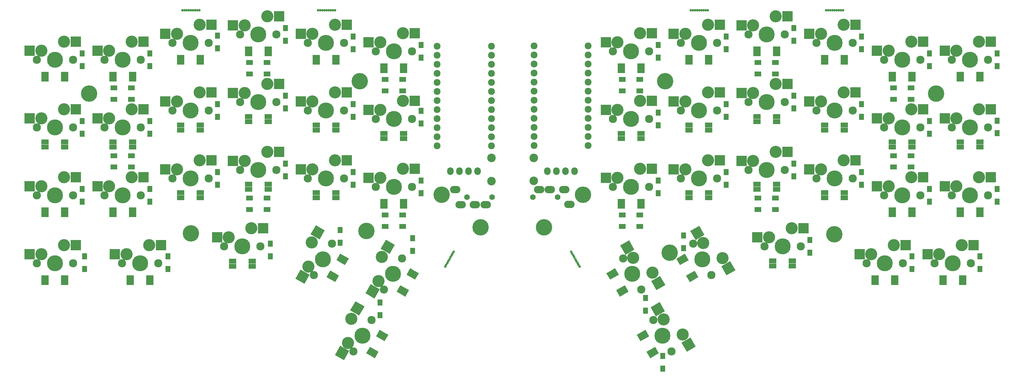
<source format=gbr>
%TF.GenerationSoftware,KiCad,Pcbnew,(5.1.6-0-10_14)*%
%TF.CreationDate,2020-09-29T12:55:32+02:00*%
%TF.ProjectId,corne-cherry,636f726e-652d-4636-9865-7272792e6b69,3.0*%
%TF.SameCoordinates,Original*%
%TF.FileFunction,Soldermask,Bot*%
%TF.FilePolarity,Negative*%
%FSLAX46Y46*%
G04 Gerber Fmt 4.6, Leading zero omitted, Abs format (unit mm)*
G04 Created by KiCad (PCBNEW (5.1.6-0-10_14)) date 2020-09-29 12:55:32*
%MOMM*%
%LPD*%
G01*
G04 APERTURE LIST*
%ADD10C,0.700000*%
%ADD11R,2.950000X2.900000*%
%ADD12C,4.500000*%
%ADD13C,2.300000*%
%ADD14C,3.400000*%
%ADD15C,0.100000*%
%ADD16R,1.400000X1.800000*%
%ADD17R,2.100000X1.400000*%
%ADD18C,1.600000*%
%ADD19O,2.900000X2.100000*%
%ADD20C,1.924000*%
%ADD21C,4.600000*%
%ADD22O,1.797000X2.178000*%
%ADD23C,2.400000*%
%ADD24R,1.900000X1.400000*%
G04 APERTURE END LIST*
D10*
%TO.C,REF\u002A\u002A*%
X130681375Y-91712608D03*
X130978250Y-91198405D03*
X131275125Y-90684203D03*
X131572000Y-90170000D03*
X131868875Y-89655798D03*
X129790750Y-93255216D03*
X130384500Y-92226811D03*
X129493875Y-93769418D03*
X130087625Y-92741013D03*
%TD*%
%TO.C,REF\u002A\u002A*%
X166584375Y-92741013D03*
X167178125Y-93769418D03*
X166287500Y-92226811D03*
X166881250Y-93255216D03*
X164803125Y-89655798D03*
X165100000Y-90170000D03*
X165396875Y-90684203D03*
X165693750Y-91198405D03*
X165990625Y-91712608D03*
%TD*%
D11*
%TO.C,SW44*%
X36898500Y-90290000D03*
D12*
X43983500Y-92830000D03*
D13*
X49063500Y-92830000D03*
X38903500Y-92830000D03*
D11*
X49825500Y-87750000D03*
D14*
X40173500Y-90290000D03*
X46523500Y-87750000D03*
%TD*%
D15*
%TO.C,SW21*%
G36*
X108622058Y-98717434D02*
G01*
X111133532Y-100167434D01*
X109658532Y-102722208D01*
X107147058Y-101272208D01*
X108622058Y-98717434D01*
G37*
D12*
X114882500Y-95854031D03*
D13*
X117422500Y-91454622D03*
X112342500Y-100253440D03*
D15*
G36*
X112885854Y-86252324D02*
G01*
X115397328Y-87702324D01*
X113922328Y-90257098D01*
X111410854Y-88807098D01*
X112885854Y-86252324D01*
G37*
D14*
X110777795Y-97883588D03*
X111753091Y-91114326D03*
%TD*%
D11*
%TO.C,SW8*%
X32022500Y-52240000D03*
D12*
X39107500Y-54780000D03*
D13*
X44187500Y-54780000D03*
X34027500Y-54780000D03*
D11*
X44949500Y-49700000D03*
D14*
X35297500Y-52240000D03*
X41647500Y-49700000D03*
%TD*%
D16*
%TO.C,D41*%
X190500000Y-122425000D03*
X190500000Y-118875000D03*
%TD*%
%TO.C,D47*%
X260350000Y-90935000D03*
X260350000Y-94485000D03*
%TD*%
%TO.C,D46*%
X279400000Y-94488000D03*
X279400000Y-90938000D03*
%TD*%
%TO.C,D45*%
X80518000Y-87376000D03*
X80518000Y-90926000D03*
%TD*%
%TO.C,D44*%
X51816000Y-90932000D03*
X51816000Y-94482000D03*
%TD*%
%TO.C,D43*%
X28448000Y-90932000D03*
X28448000Y-94482000D03*
%TD*%
D15*
%TO.C,SW42*%
G36*
X182554762Y-89000628D02*
G01*
X180043288Y-90450628D01*
X178568288Y-87895854D01*
X181079762Y-86445854D01*
X182554762Y-89000628D01*
G37*
D12*
X181904320Y-95854031D03*
D13*
X184444320Y-100253440D03*
X179364320Y-91454622D03*
D15*
G36*
X191217966Y-98925738D02*
G01*
X188706492Y-100375738D01*
X187231492Y-97820964D01*
X189742966Y-96370964D01*
X191217966Y-98925738D01*
G37*
D14*
X182199025Y-91284474D03*
X187573729Y-95513736D03*
%TD*%
D11*
%TO.C,SW48*%
X216999500Y-85602000D03*
D12*
X224084500Y-88142000D03*
D13*
X229164500Y-88142000D03*
X219004500Y-88142000D03*
D11*
X229926500Y-83062000D03*
D14*
X220274500Y-85602000D03*
X226624500Y-83062000D03*
%TD*%
D11*
%TO.C,SW38*%
X193529500Y-66485000D03*
D12*
X200614500Y-69025000D03*
D13*
X205694500Y-69025000D03*
X195534500Y-69025000D03*
D11*
X206456500Y-63945000D03*
D14*
X196804500Y-66485000D03*
X203154500Y-63945000D03*
%TD*%
D11*
%TO.C,SW34*%
X269529500Y-71235000D03*
D12*
X276614500Y-73775000D03*
D13*
X281694500Y-73775000D03*
X271534500Y-73775000D03*
D11*
X282456500Y-68695000D03*
D14*
X272804500Y-71235000D03*
X279154500Y-68695000D03*
%TD*%
D11*
%TO.C,SW32*%
X193529500Y-47485000D03*
D12*
X200614500Y-50025000D03*
D13*
X205694500Y-50025000D03*
X195534500Y-50025000D03*
D11*
X206456500Y-44945000D03*
D14*
X196804500Y-47485000D03*
X203154500Y-44945000D03*
%TD*%
D11*
%TO.C,SW31*%
X212529500Y-45110000D03*
D12*
X219614500Y-47650000D03*
D13*
X224694500Y-47650000D03*
X214534500Y-47650000D03*
D11*
X225456500Y-42570000D03*
D14*
X215804500Y-45110000D03*
X222154500Y-42570000D03*
%TD*%
D11*
%TO.C,SW30*%
X231529500Y-47485000D03*
D12*
X238614500Y-50025000D03*
D13*
X243694500Y-50025000D03*
X233534500Y-50025000D03*
D11*
X244456500Y-44945000D03*
D14*
X234804500Y-47485000D03*
X241154500Y-44945000D03*
%TD*%
D11*
%TO.C,SW29*%
X250529500Y-52235000D03*
D12*
X257614500Y-54775000D03*
D13*
X262694500Y-54775000D03*
X252534500Y-54775000D03*
D11*
X263456500Y-49695000D03*
D14*
X253804500Y-52235000D03*
X260154500Y-49695000D03*
%TD*%
D11*
%TO.C,SW28*%
X269529500Y-52235000D03*
D12*
X276614500Y-54775000D03*
D13*
X281694500Y-54775000D03*
X271534500Y-54775000D03*
D11*
X282456500Y-49695000D03*
D14*
X272804500Y-52235000D03*
X279154500Y-49695000D03*
%TD*%
D11*
%TO.C,SW27*%
X174522500Y-30865000D03*
D12*
X181607500Y-33405000D03*
D13*
X186687500Y-33405000D03*
X176527500Y-33405000D03*
D11*
X187449500Y-28325000D03*
D14*
X177797500Y-30865000D03*
X184147500Y-28325000D03*
%TD*%
D11*
%TO.C,SW26*%
X193529500Y-28485000D03*
D12*
X200614500Y-31025000D03*
D13*
X205694500Y-31025000D03*
X195534500Y-31025000D03*
D11*
X206456500Y-25945000D03*
D14*
X196804500Y-28485000D03*
X203154500Y-25945000D03*
%TD*%
D11*
%TO.C,SW25*%
X212529500Y-26110000D03*
D12*
X219614500Y-28650000D03*
D13*
X224694500Y-28650000D03*
X214534500Y-28650000D03*
D11*
X225456500Y-23570000D03*
D14*
X215804500Y-26110000D03*
X222154500Y-23570000D03*
%TD*%
D11*
%TO.C,SW24*%
X231529500Y-28485000D03*
D12*
X238614500Y-31025000D03*
D13*
X243694500Y-31025000D03*
X233534500Y-31025000D03*
D11*
X244456500Y-25945000D03*
D14*
X234804500Y-28485000D03*
X241154500Y-25945000D03*
%TD*%
D11*
%TO.C,SW23*%
X250529500Y-33235000D03*
D12*
X257614500Y-35775000D03*
D13*
X262694500Y-35775000D03*
X252534500Y-35775000D03*
D11*
X263456500Y-30695000D03*
D14*
X253804500Y-33235000D03*
X260154500Y-30695000D03*
%TD*%
D11*
%TO.C,SW22*%
X269529500Y-33235000D03*
D12*
X276614500Y-35775000D03*
D13*
X281694500Y-35775000D03*
X271534500Y-35775000D03*
D11*
X282456500Y-30695000D03*
D14*
X272804500Y-33235000D03*
X279154500Y-30695000D03*
%TD*%
D15*
%TO.C,SW20*%
G36*
X100088058Y-115995720D02*
G01*
X102599532Y-117445720D01*
X101124532Y-120000494D01*
X98613058Y-118550494D01*
X100088058Y-115995720D01*
G37*
D12*
X106348500Y-113132317D03*
D13*
X108888500Y-108732908D03*
X103808500Y-117531726D03*
D15*
G36*
X104351854Y-103530610D02*
G01*
X106863328Y-104980610D01*
X105388328Y-107535384D01*
X102876854Y-106085384D01*
X104351854Y-103530610D01*
G37*
D14*
X102243795Y-115161874D03*
X103219091Y-108392612D03*
%TD*%
D15*
%TO.C,SW19*%
G36*
X88983058Y-94609027D02*
G01*
X91494532Y-96059027D01*
X90019532Y-98613801D01*
X87508058Y-97163801D01*
X88983058Y-94609027D01*
G37*
D12*
X95243500Y-91745624D03*
D13*
X97783500Y-87346215D03*
X92703500Y-96145033D03*
D15*
G36*
X93246854Y-82143917D02*
G01*
X95758328Y-83593917D01*
X94283328Y-86148691D01*
X91771854Y-84698691D01*
X93246854Y-82143917D01*
G37*
D14*
X91138795Y-93775181D03*
X92114091Y-87005919D03*
%TD*%
D11*
%TO.C,SW18*%
X108022500Y-68865000D03*
D12*
X115107500Y-71405000D03*
D13*
X120187500Y-71405000D03*
X110027500Y-71405000D03*
D11*
X120949500Y-66325000D03*
D14*
X111297500Y-68865000D03*
X117647500Y-66325000D03*
%TD*%
D11*
%TO.C,SW17*%
X89022500Y-66490000D03*
D12*
X96107500Y-69030000D03*
D13*
X101187500Y-69030000D03*
X91027500Y-69030000D03*
D11*
X101949500Y-63950000D03*
D14*
X92297500Y-66490000D03*
X98647500Y-63950000D03*
%TD*%
D11*
%TO.C,SW16*%
X70022500Y-64115000D03*
D12*
X77107500Y-66655000D03*
D13*
X82187500Y-66655000D03*
X72027500Y-66655000D03*
D11*
X82949500Y-61575000D03*
D14*
X73297500Y-64115000D03*
X79647500Y-61575000D03*
%TD*%
D11*
%TO.C,SW12*%
X108022500Y-49865000D03*
D12*
X115107500Y-52405000D03*
D13*
X120187500Y-52405000D03*
X110027500Y-52405000D03*
D11*
X120949500Y-47325000D03*
D14*
X111297500Y-49865000D03*
X117647500Y-47325000D03*
%TD*%
D11*
%TO.C,SW11*%
X89022500Y-47490000D03*
D12*
X96107500Y-50030000D03*
D13*
X101187500Y-50030000D03*
X91027500Y-50030000D03*
D11*
X101949500Y-44950000D03*
D14*
X92297500Y-47490000D03*
X98647500Y-44950000D03*
%TD*%
D11*
%TO.C,SW10*%
X70022500Y-45115000D03*
D12*
X77107500Y-47655000D03*
D13*
X82187500Y-47655000D03*
X72027500Y-47655000D03*
D11*
X82949500Y-42575000D03*
D14*
X73297500Y-45115000D03*
X79647500Y-42575000D03*
%TD*%
D11*
%TO.C,SW9*%
X51022500Y-47490000D03*
D12*
X58107500Y-50030000D03*
D13*
X63187500Y-50030000D03*
X53027500Y-50030000D03*
D11*
X63949500Y-44950000D03*
D14*
X54297500Y-47490000D03*
X60647500Y-44950000D03*
%TD*%
D11*
%TO.C,SW5*%
X89022500Y-28490000D03*
D12*
X96107500Y-31030000D03*
D13*
X101187500Y-31030000D03*
X91027500Y-31030000D03*
D11*
X101949500Y-25950000D03*
D14*
X92297500Y-28490000D03*
X98647500Y-25950000D03*
%TD*%
D11*
%TO.C,SW4*%
X70022500Y-26115000D03*
D12*
X77107500Y-28655000D03*
D13*
X82187500Y-28655000D03*
X72027500Y-28655000D03*
D11*
X82949500Y-23575000D03*
D14*
X73297500Y-26115000D03*
X79647500Y-23575000D03*
%TD*%
D11*
%TO.C,SW3*%
X51022500Y-28490000D03*
D12*
X58107500Y-31030000D03*
D13*
X63187500Y-31030000D03*
X53027500Y-31030000D03*
D11*
X63949500Y-25950000D03*
D14*
X54297500Y-28490000D03*
X60647500Y-25950000D03*
%TD*%
D11*
%TO.C,SW2*%
X32022500Y-33240000D03*
D12*
X39107500Y-35780000D03*
D13*
X44187500Y-35780000D03*
X34027500Y-35780000D03*
D11*
X44949500Y-30700000D03*
D14*
X35297500Y-33240000D03*
X41647500Y-30700000D03*
%TD*%
D11*
%TO.C,SW1*%
X13022500Y-33240000D03*
D12*
X20107500Y-35780000D03*
D13*
X25187500Y-35780000D03*
X15027500Y-35780000D03*
D11*
X25949500Y-30700000D03*
D14*
X16297500Y-33240000D03*
X22647500Y-30700000D03*
%TD*%
D11*
%TO.C,SW7*%
X13022500Y-52240000D03*
D12*
X20107500Y-54780000D03*
D13*
X25187500Y-54780000D03*
X15027500Y-54780000D03*
D11*
X25949500Y-49700000D03*
D14*
X16297500Y-52240000D03*
X22647500Y-49700000D03*
%TD*%
D11*
%TO.C,SW14*%
X32022500Y-71240000D03*
D12*
X39107500Y-73780000D03*
D13*
X44187500Y-73780000D03*
X34027500Y-73780000D03*
D11*
X44949500Y-68700000D03*
D14*
X35297500Y-71240000D03*
X41647500Y-68700000D03*
%TD*%
D11*
%TO.C,SW37*%
X212529500Y-64110000D03*
D12*
X219614500Y-66650000D03*
D13*
X224694500Y-66650000D03*
X214534500Y-66650000D03*
D11*
X225456500Y-61570000D03*
D14*
X215804500Y-64110000D03*
X222154500Y-61570000D03*
%TD*%
D11*
%TO.C,SW35*%
X250529500Y-71235000D03*
D12*
X257614500Y-73775000D03*
D13*
X262694500Y-73775000D03*
X252534500Y-73775000D03*
D11*
X263456500Y-68695000D03*
D14*
X253804500Y-71235000D03*
X260154500Y-68695000D03*
%TD*%
D11*
%TO.C,SW13*%
X13022500Y-71240000D03*
D12*
X20107500Y-73780000D03*
D13*
X25187500Y-73780000D03*
X15027500Y-73780000D03*
D11*
X25949500Y-68700000D03*
D14*
X16297500Y-71240000D03*
X22647500Y-68700000D03*
%TD*%
D11*
%TO.C,SW39*%
X174529500Y-68860000D03*
D12*
X181614500Y-71400000D03*
D13*
X186694500Y-71400000D03*
X176534500Y-71400000D03*
D11*
X187456500Y-66320000D03*
D14*
X177804500Y-68860000D03*
X184154500Y-66320000D03*
%TD*%
D11*
%TO.C,SW33*%
X174529500Y-49860000D03*
D12*
X181614500Y-52400000D03*
D13*
X186694500Y-52400000D03*
X176534500Y-52400000D03*
D11*
X187456500Y-47320000D03*
D14*
X177804500Y-49860000D03*
X184154500Y-47320000D03*
%TD*%
D11*
%TO.C,SW6*%
X108022500Y-30865000D03*
D12*
X115107500Y-33405000D03*
D13*
X120187500Y-33405000D03*
X110027500Y-33405000D03*
D11*
X120949500Y-28325000D03*
D14*
X111297500Y-30865000D03*
X117647500Y-28325000D03*
%TD*%
D15*
%TO.C,SW41*%
G36*
X191063916Y-106278914D02*
G01*
X188552442Y-107728914D01*
X187077442Y-105174140D01*
X189588916Y-103724140D01*
X191063916Y-106278914D01*
G37*
D12*
X190413474Y-113132317D03*
D13*
X192953474Y-117531726D03*
X187873474Y-108732908D03*
D15*
G36*
X199727120Y-116204024D02*
G01*
X197215646Y-117654024D01*
X195740646Y-115099250D01*
X198252120Y-113649250D01*
X199727120Y-116204024D01*
G37*
D14*
X190708179Y-108562760D03*
X196082883Y-112792022D03*
%TD*%
D11*
%TO.C,SW43*%
X13022500Y-90290000D03*
D12*
X20107500Y-92830000D03*
D13*
X25187500Y-92830000D03*
X15027500Y-92830000D03*
D11*
X25949500Y-87750000D03*
D14*
X16297500Y-90290000D03*
X22647500Y-87750000D03*
%TD*%
D11*
%TO.C,SW46*%
X264703500Y-90285000D03*
D12*
X271788500Y-92825000D03*
D13*
X276868500Y-92825000D03*
X266708500Y-92825000D03*
D11*
X277630500Y-87745000D03*
D14*
X267978500Y-90285000D03*
X274328500Y-87745000D03*
%TD*%
D11*
%TO.C,SW47*%
X245653500Y-90285000D03*
D12*
X252738500Y-92825000D03*
D13*
X257818500Y-92825000D03*
X247658500Y-92825000D03*
D11*
X258580500Y-87745000D03*
D14*
X248928500Y-90285000D03*
X255278500Y-87745000D03*
%TD*%
D11*
%TO.C,SW45*%
X65559000Y-85598000D03*
D12*
X72644000Y-88138000D03*
D13*
X77724000Y-88138000D03*
X67564000Y-88138000D03*
D11*
X78486000Y-83058000D03*
D14*
X68834000Y-85598000D03*
X75184000Y-83058000D03*
%TD*%
D15*
%TO.C,SW40*%
G36*
X202193445Y-84892221D02*
G01*
X199681971Y-86342221D01*
X198206971Y-83787447D01*
X200718445Y-82337447D01*
X202193445Y-84892221D01*
G37*
D12*
X201543003Y-91745624D03*
D13*
X204083003Y-96145033D03*
X199003003Y-87346215D03*
D15*
G36*
X210856649Y-94817331D02*
G01*
X208345175Y-96267331D01*
X206870175Y-93712557D01*
X209381649Y-92262557D01*
X210856649Y-94817331D01*
G37*
D14*
X201837708Y-87176067D03*
X207212412Y-91405329D03*
%TD*%
D11*
%TO.C,SW15*%
X51022500Y-66490000D03*
D12*
X58107500Y-69030000D03*
D13*
X63187500Y-69030000D03*
X53027500Y-69030000D03*
D11*
X63949500Y-63950000D03*
D14*
X54297500Y-66490000D03*
X60647500Y-63950000D03*
%TD*%
D11*
%TO.C,SW36*%
X231529500Y-66485000D03*
D12*
X238614500Y-69025000D03*
D13*
X243694500Y-69025000D03*
X233534500Y-69025000D03*
D11*
X244456500Y-63945000D03*
D14*
X234804500Y-66485000D03*
X241154500Y-63945000D03*
%TD*%
D15*
%TO.C,LED52*%
G36*
X194251128Y-91567728D02*
G01*
X195463564Y-90867728D01*
X196513564Y-92686382D01*
X195301128Y-93386382D01*
X194251128Y-91567728D01*
G37*
G36*
X195463564Y-90867728D02*
G01*
X196676000Y-90167728D01*
X197726000Y-91986382D01*
X196513564Y-92686382D01*
X195463564Y-90867728D01*
G37*
G36*
X197001128Y-96330868D02*
G01*
X198213564Y-95630868D01*
X199263564Y-97449522D01*
X198051128Y-98149522D01*
X197001128Y-96330868D01*
G37*
G36*
X198213564Y-95630868D02*
G01*
X199426000Y-94930868D01*
X200476000Y-96749522D01*
X199263564Y-97449522D01*
X198213564Y-95630868D01*
G37*
%TD*%
D17*
%TO.C,LED59*%
X75394000Y-92264000D03*
X75394000Y-93664000D03*
X69894000Y-92264000D03*
X69894000Y-93664000D03*
%TD*%
%TO.C,LED56*%
X46733500Y-96880000D03*
X46733500Y-98280000D03*
X41233500Y-96880000D03*
X41233500Y-98280000D03*
%TD*%
%TO.C,LED58*%
X255481500Y-96880000D03*
X255481500Y-98280000D03*
X249981500Y-96880000D03*
X249981500Y-98280000D03*
%TD*%
%TO.C,LED57*%
X274531500Y-96880000D03*
X274531500Y-98280000D03*
X269031500Y-96880000D03*
X269031500Y-98280000D03*
%TD*%
%TO.C,LED55*%
X22857500Y-96880000D03*
X22857500Y-98280000D03*
X17357500Y-96880000D03*
X17357500Y-98280000D03*
%TD*%
D15*
%TO.C,LED26*%
G36*
X111312121Y-114035073D02*
G01*
X110099685Y-113335073D01*
X111149685Y-111516419D01*
X112362121Y-112216419D01*
X111312121Y-114035073D01*
G37*
G36*
X112524557Y-114735073D02*
G01*
X111312121Y-114035073D01*
X112362121Y-112216419D01*
X113574557Y-112916419D01*
X112524557Y-114735073D01*
G37*
G36*
X108562121Y-118798213D02*
G01*
X107349685Y-118098213D01*
X108399685Y-116279559D01*
X109612121Y-116979559D01*
X108562121Y-118798213D01*
G37*
G36*
X109774557Y-119498213D02*
G01*
X108562121Y-118798213D01*
X109612121Y-116979559D01*
X110824557Y-117679559D01*
X109774557Y-119498213D01*
G37*
%TD*%
D17*
%TO.C,LED7*%
X22857500Y-39830000D03*
X22857500Y-41230000D03*
X17357500Y-39830000D03*
X17357500Y-41230000D03*
%TD*%
%TO.C,LED8*%
X41857500Y-39830000D03*
X41857500Y-41230000D03*
X36357500Y-39830000D03*
X36357500Y-41230000D03*
%TD*%
%TO.C,LED9*%
X60857500Y-35080000D03*
X60857500Y-36480000D03*
X55357500Y-35080000D03*
X55357500Y-36480000D03*
%TD*%
%TO.C,LED10*%
X79857500Y-32705000D03*
X79857500Y-34105000D03*
X74357500Y-32705000D03*
X74357500Y-34105000D03*
%TD*%
%TO.C,LED11*%
X98857500Y-35080000D03*
X98857500Y-36480000D03*
X93357500Y-35080000D03*
X93357500Y-36480000D03*
%TD*%
%TO.C,LED12*%
X117857500Y-37455000D03*
X117857500Y-38855000D03*
X112357500Y-37455000D03*
X112357500Y-38855000D03*
%TD*%
%TO.C,LED13*%
X22857500Y-58830000D03*
X22857500Y-60230000D03*
X17357500Y-58830000D03*
X17357500Y-60230000D03*
%TD*%
%TO.C,LED14*%
X41857500Y-58830000D03*
X41857500Y-60230000D03*
X36357500Y-58830000D03*
X36357500Y-60230000D03*
%TD*%
%TO.C,LED15*%
X60857500Y-54080000D03*
X60857500Y-55480000D03*
X55357500Y-54080000D03*
X55357500Y-55480000D03*
%TD*%
%TO.C,LED16*%
X79857500Y-51705000D03*
X79857500Y-53105000D03*
X74357500Y-51705000D03*
X74357500Y-53105000D03*
%TD*%
%TO.C,LED17*%
X98857500Y-54080000D03*
X98857500Y-55480000D03*
X93357500Y-54080000D03*
X93357500Y-55480000D03*
%TD*%
%TO.C,LED18*%
X117857500Y-56455000D03*
X117857500Y-57855000D03*
X112357500Y-56455000D03*
X112357500Y-57855000D03*
%TD*%
%TO.C,LED19*%
X22857500Y-77830000D03*
X22857500Y-79230000D03*
X17357500Y-77830000D03*
X17357500Y-79230000D03*
%TD*%
%TO.C,LED20*%
X41857500Y-77830000D03*
X41857500Y-79230000D03*
X36357500Y-77830000D03*
X36357500Y-79230000D03*
%TD*%
%TO.C,LED21*%
X60857500Y-73080000D03*
X60857500Y-74480000D03*
X55357500Y-73080000D03*
X55357500Y-74480000D03*
%TD*%
%TO.C,LED22*%
X79857500Y-70705000D03*
X79857500Y-72105000D03*
X74357500Y-70705000D03*
X74357500Y-72105000D03*
%TD*%
%TO.C,LED24*%
X117857500Y-75455000D03*
X117857500Y-76855000D03*
X112357500Y-75455000D03*
X112357500Y-76855000D03*
%TD*%
D15*
%TO.C,LED25*%
G36*
X100207121Y-92648381D02*
G01*
X98994685Y-91948381D01*
X100044685Y-90129727D01*
X101257121Y-90829727D01*
X100207121Y-92648381D01*
G37*
G36*
X101419557Y-93348381D02*
G01*
X100207121Y-92648381D01*
X101257121Y-90829727D01*
X102469557Y-91529727D01*
X101419557Y-93348381D01*
G37*
G36*
X97457121Y-97411521D02*
G01*
X96244685Y-96711521D01*
X97294685Y-94892867D01*
X98507121Y-95592867D01*
X97457121Y-97411521D01*
G37*
G36*
X98669557Y-98111521D02*
G01*
X97457121Y-97411521D01*
X98507121Y-95592867D01*
X99719557Y-96292867D01*
X98669557Y-98111521D01*
G37*
%TD*%
%TO.C,LED27*%
G36*
X119846121Y-96756788D02*
G01*
X118633685Y-96056788D01*
X119683685Y-94238134D01*
X120896121Y-94938134D01*
X119846121Y-96756788D01*
G37*
G36*
X121058557Y-97456788D02*
G01*
X119846121Y-96756788D01*
X120896121Y-94938134D01*
X122108557Y-95638134D01*
X121058557Y-97456788D01*
G37*
G36*
X117096121Y-101519928D02*
G01*
X115883685Y-100819928D01*
X116933685Y-99001274D01*
X118146121Y-99701274D01*
X117096121Y-101519928D01*
G37*
G36*
X118308557Y-102219928D02*
G01*
X117096121Y-101519928D01*
X118146121Y-99701274D01*
X119358557Y-100401274D01*
X118308557Y-102219928D01*
G37*
%TD*%
D17*
%TO.C,LED43*%
X222357500Y-51705000D03*
X222357500Y-53105000D03*
X216857500Y-51705000D03*
X216857500Y-53105000D03*
%TD*%
%TO.C,LED44*%
X203357500Y-54080000D03*
X203357500Y-55480000D03*
X197857500Y-54080000D03*
X197857500Y-55480000D03*
%TD*%
%TO.C,LED45*%
X184357500Y-56455000D03*
X184357500Y-57855000D03*
X178857500Y-56455000D03*
X178857500Y-57855000D03*
%TD*%
%TO.C,LED46*%
X279357500Y-77830000D03*
X279357500Y-79230000D03*
X273857500Y-77830000D03*
X273857500Y-79230000D03*
%TD*%
%TO.C,LED47*%
X260357500Y-77830000D03*
X260357500Y-79230000D03*
X254857500Y-77830000D03*
X254857500Y-79230000D03*
%TD*%
%TO.C,LED48*%
X241357500Y-73080000D03*
X241357500Y-74480000D03*
X235857500Y-73080000D03*
X235857500Y-74480000D03*
%TD*%
%TO.C,LED49*%
X222357500Y-70705000D03*
X222357500Y-72105000D03*
X216857500Y-70705000D03*
X216857500Y-72105000D03*
%TD*%
%TO.C,LED50*%
X203357500Y-73080000D03*
X203357500Y-74480000D03*
X197857500Y-73080000D03*
X197857500Y-74480000D03*
%TD*%
%TO.C,LED51*%
X184357500Y-75455000D03*
X184357500Y-76855000D03*
X178857500Y-75455000D03*
X178857500Y-76855000D03*
%TD*%
%TO.C,LED60*%
X221327500Y-93597000D03*
X221327500Y-92197000D03*
X226827500Y-93597000D03*
X226827500Y-92197000D03*
%TD*%
D15*
%TO.C,LED53*%
G36*
X187149853Y-116979561D02*
G01*
X188362289Y-116279561D01*
X189412289Y-118098215D01*
X188199853Y-118798215D01*
X187149853Y-116979561D01*
G37*
G36*
X185937417Y-117679561D02*
G01*
X187149853Y-116979561D01*
X188199853Y-118798215D01*
X186987417Y-119498215D01*
X185937417Y-117679561D01*
G37*
G36*
X184399853Y-112216421D02*
G01*
X185612289Y-111516421D01*
X186662289Y-113335075D01*
X185449853Y-114035075D01*
X184399853Y-112216421D01*
G37*
G36*
X183187417Y-112916421D02*
G01*
X184399853Y-112216421D01*
X185449853Y-114035075D01*
X184237417Y-114735075D01*
X183187417Y-112916421D01*
G37*
%TD*%
%TO.C,LED54*%
G36*
X178640700Y-99701274D02*
G01*
X179853136Y-99001274D01*
X180903136Y-100819928D01*
X179690700Y-101519928D01*
X178640700Y-99701274D01*
G37*
G36*
X177428264Y-100401274D02*
G01*
X178640700Y-99701274D01*
X179690700Y-101519928D01*
X178478264Y-102219928D01*
X177428264Y-100401274D01*
G37*
G36*
X175890700Y-94938134D02*
G01*
X177103136Y-94238134D01*
X178153136Y-96056788D01*
X176940700Y-96756788D01*
X175890700Y-94938134D01*
G37*
G36*
X174678264Y-95638134D02*
G01*
X175890700Y-94938134D01*
X176940700Y-96756788D01*
X175728264Y-97456788D01*
X174678264Y-95638134D01*
G37*
%TD*%
D17*
%TO.C,LED23*%
X98857500Y-73080000D03*
X98857500Y-74480000D03*
X93357500Y-73080000D03*
X93357500Y-74480000D03*
%TD*%
%TO.C,LED34*%
X279357500Y-39830000D03*
X279357500Y-41230000D03*
X273857500Y-39830000D03*
X273857500Y-41230000D03*
%TD*%
%TO.C,LED35*%
X260357500Y-39830000D03*
X260357500Y-41230000D03*
X254857500Y-39830000D03*
X254857500Y-41230000D03*
%TD*%
%TO.C,LED36*%
X241357500Y-35080000D03*
X241357500Y-36480000D03*
X235857500Y-35080000D03*
X235857500Y-36480000D03*
%TD*%
%TO.C,LED37*%
X222357500Y-32705000D03*
X222357500Y-34105000D03*
X216857500Y-32705000D03*
X216857500Y-34105000D03*
%TD*%
%TO.C,LED38*%
X203357500Y-35080000D03*
X203357500Y-36480000D03*
X197857500Y-35080000D03*
X197857500Y-36480000D03*
%TD*%
%TO.C,LED39*%
X184357500Y-37455000D03*
X184357500Y-38855000D03*
X178857500Y-37455000D03*
X178857500Y-38855000D03*
%TD*%
%TO.C,LED40*%
X279357500Y-58830000D03*
X279357500Y-60230000D03*
X273857500Y-58830000D03*
X273857500Y-60230000D03*
%TD*%
%TO.C,LED41*%
X260357500Y-58830000D03*
X260357500Y-60230000D03*
X254857500Y-58830000D03*
X254857500Y-60230000D03*
%TD*%
%TO.C,LED42*%
X241357500Y-54080000D03*
X241357500Y-55480000D03*
X235857500Y-54080000D03*
X235857500Y-55480000D03*
%TD*%
D10*
%TO.C,REF\u002A\u002A*%
X239837000Y-21870000D03*
X241024500Y-21870000D03*
X239243250Y-21870000D03*
X240430750Y-21870000D03*
X236274500Y-21870000D03*
X236868250Y-21870000D03*
X237462000Y-21870000D03*
X238055750Y-21870000D03*
X238649500Y-21870000D03*
%TD*%
%TO.C,REF\u002A\u002A*%
X201925000Y-21885000D03*
X203112500Y-21885000D03*
X201331250Y-21885000D03*
X202518750Y-21885000D03*
X198362500Y-21885000D03*
X198956250Y-21885000D03*
X199550000Y-21885000D03*
X200143750Y-21885000D03*
X200737500Y-21885000D03*
%TD*%
%TO.C,REF\u002A\u002A*%
X95020000Y-21873000D03*
X93832500Y-21873000D03*
X95613750Y-21873000D03*
X94426250Y-21873000D03*
X98582500Y-21873000D03*
X97988750Y-21873000D03*
X97395000Y-21873000D03*
X96801250Y-21873000D03*
X96207500Y-21873000D03*
%TD*%
%TO.C,REF\u002A\u002A*%
X57049250Y-21869000D03*
X55861750Y-21869000D03*
X57643000Y-21869000D03*
X56455500Y-21869000D03*
X60611750Y-21869000D03*
X60018000Y-21869000D03*
X59424250Y-21869000D03*
X58830500Y-21869000D03*
X58236750Y-21869000D03*
%TD*%
D18*
%TO.C,J3*%
X154037500Y-74270000D03*
X161037500Y-74270000D03*
D19*
X155837500Y-72170000D03*
X158837500Y-72170000D03*
X162837500Y-72170000D03*
X164337500Y-76370000D03*
%TD*%
D18*
%TO.C,J1*%
X142634500Y-74292000D03*
X135634500Y-74292000D03*
D19*
X140834500Y-76392000D03*
X137834500Y-76392000D03*
X133834500Y-76392000D03*
X132334500Y-72192000D03*
%TD*%
D20*
%TO.C,U1*%
X127203900Y-31942000D03*
X127203900Y-34482000D03*
X127203900Y-37022000D03*
X127203900Y-39562000D03*
X127203900Y-42102000D03*
X127203900Y-44642000D03*
X127203900Y-47182000D03*
X127203900Y-49722000D03*
X127203900Y-52262000D03*
X127203900Y-54802000D03*
X127203900Y-57342000D03*
X127203900Y-59882000D03*
X142423900Y-59882000D03*
X142423900Y-57342000D03*
X142423900Y-54802000D03*
X142423900Y-52262000D03*
X142423900Y-49722000D03*
X142423900Y-47182000D03*
X142423900Y-44642000D03*
X142423900Y-42102000D03*
X142423900Y-39562000D03*
X142423900Y-37022000D03*
X142423900Y-34482000D03*
X142423900Y-31942000D03*
%TD*%
%TO.C,U2*%
X154378900Y-31912000D03*
X154378900Y-34452000D03*
X154378900Y-36992000D03*
X154378900Y-39532000D03*
X154378900Y-42072000D03*
X154378900Y-44612000D03*
X154378900Y-47152000D03*
X154378900Y-49692000D03*
X154378900Y-52232000D03*
X154378900Y-54772000D03*
X154378900Y-57312000D03*
X154378900Y-59852000D03*
X169598900Y-59852000D03*
X169598900Y-57312000D03*
X169598900Y-54772000D03*
X169598900Y-52232000D03*
X169598900Y-49692000D03*
X169598900Y-47152000D03*
X169598900Y-44612000D03*
X169598900Y-42072000D03*
X169598900Y-39532000D03*
X169598900Y-36992000D03*
X169598900Y-34452000D03*
X169598900Y-31912000D03*
%TD*%
D21*
%TO.C,Ref\u002A\u002A*%
X168148000Y-73660000D03*
%TD*%
%TO.C,Ref\u002A\u002A*%
X191144500Y-41775500D03*
%TD*%
%TO.C,Ref\u002A\u002A*%
X267099500Y-45265500D03*
%TD*%
%TO.C,Ref\u002A\u002A*%
X238547500Y-84702000D03*
%TD*%
%TO.C,Ref\u002A\u002A*%
X157226000Y-82804000D03*
%TD*%
%TO.C,Ref\u002A\u002A*%
X192429321Y-89849031D03*
%TD*%
%TO.C,Ref\u002A\u002A*%
X139446000Y-82775000D03*
%TD*%
%TO.C,Ref\u002A\u002A*%
X128524000Y-73660000D03*
%TD*%
%TO.C,Ref\u002A\u002A*%
X107442000Y-83820000D03*
%TD*%
%TO.C,Ref\u002A\u002A*%
X58207500Y-84448000D03*
%TD*%
%TO.C,Ref\u002A\u002A*%
X105575500Y-41765500D03*
%TD*%
%TO.C,Ref\u002A\u002A*%
X29718000Y-45265500D03*
%TD*%
D16*
%TO.C,D11*%
X103707500Y-48255000D03*
X103707500Y-51805000D03*
%TD*%
%TO.C,D9*%
X65707500Y-48255000D03*
X65707500Y-51805000D03*
%TD*%
%TO.C,D25*%
X227214500Y-26875000D03*
X227214500Y-30425000D03*
%TD*%
%TO.C,D1*%
X27734500Y-34001875D03*
X27734500Y-37551875D03*
%TD*%
%TO.C,D2*%
X46734500Y-34005000D03*
X46734500Y-37555000D03*
%TD*%
%TO.C,D3*%
X65707500Y-29005000D03*
X65707500Y-32555000D03*
%TD*%
%TO.C,D4*%
X84707500Y-26880000D03*
X84707500Y-30430000D03*
%TD*%
%TO.C,D5*%
X103707500Y-29255000D03*
X103707500Y-32805000D03*
%TD*%
%TO.C,D6*%
X122707500Y-31630000D03*
X122707500Y-35180000D03*
%TD*%
%TO.C,D7*%
X27734500Y-53001875D03*
X27734500Y-56551875D03*
%TD*%
%TO.C,D8*%
X46734500Y-53005000D03*
X46734500Y-56555000D03*
%TD*%
%TO.C,D10*%
X84707500Y-45880000D03*
X84707500Y-49430000D03*
%TD*%
%TO.C,D12*%
X122707500Y-50122000D03*
X122707500Y-53672000D03*
%TD*%
%TO.C,D13*%
X27734500Y-72001875D03*
X27734500Y-75551875D03*
%TD*%
%TO.C,D14*%
X46734500Y-72005000D03*
X46734500Y-75555000D03*
%TD*%
%TO.C,D15*%
X65707500Y-67255000D03*
X65707500Y-70805000D03*
%TD*%
%TO.C,D16*%
X84707500Y-64880000D03*
X84707500Y-68430000D03*
%TD*%
%TO.C,D17*%
X103707500Y-67255000D03*
X103707500Y-70805000D03*
%TD*%
%TO.C,D18*%
X122707500Y-69630000D03*
X122707500Y-73180000D03*
%TD*%
%TO.C,D19*%
X100076000Y-83569000D03*
X100076000Y-87119000D03*
%TD*%
%TO.C,D20*%
X111252000Y-107439000D03*
X111252000Y-103889000D03*
%TD*%
%TO.C,D21*%
X120396000Y-85855000D03*
X120396000Y-89405000D03*
%TD*%
%TO.C,D22*%
X284214500Y-34000000D03*
X284214500Y-37550000D03*
%TD*%
%TO.C,D23*%
X265214500Y-34000000D03*
X265214500Y-37550000D03*
%TD*%
%TO.C,D24*%
X246214500Y-29250000D03*
X246214500Y-32800000D03*
%TD*%
%TO.C,D26*%
X208214500Y-29250000D03*
X208214500Y-32800000D03*
%TD*%
%TO.C,D27*%
X189207500Y-31630000D03*
X189207500Y-35180000D03*
%TD*%
%TO.C,D28*%
X284214500Y-52850000D03*
X284214500Y-56400000D03*
%TD*%
%TO.C,D29*%
X265214500Y-53000000D03*
X265214500Y-56550000D03*
%TD*%
%TO.C,D30*%
X246214500Y-48250000D03*
X246214500Y-51800000D03*
%TD*%
%TO.C,D31*%
X227214500Y-45875000D03*
X227214500Y-49425000D03*
%TD*%
%TO.C,D32*%
X208214500Y-48250000D03*
X208214500Y-51800000D03*
%TD*%
%TO.C,D33*%
X189207500Y-50630000D03*
X189207500Y-54180000D03*
%TD*%
%TO.C,D34*%
X284214500Y-72000000D03*
X284214500Y-75550000D03*
%TD*%
%TO.C,D35*%
X265214500Y-72000000D03*
X265214500Y-75550000D03*
%TD*%
%TO.C,D36*%
X246214500Y-67250000D03*
X246214500Y-70800000D03*
%TD*%
%TO.C,D37*%
X227214500Y-64875000D03*
X227214500Y-68425000D03*
%TD*%
%TO.C,D38*%
X208214500Y-67250000D03*
X208214500Y-70800000D03*
%TD*%
%TO.C,D39*%
X189207500Y-69630000D03*
X189207500Y-73180000D03*
%TD*%
%TO.C,D48*%
X231684500Y-89902000D03*
X231684500Y-86352000D03*
%TD*%
%TO.C,D40*%
X196342000Y-85093000D03*
X196342000Y-88643000D03*
%TD*%
%TO.C,D42*%
X185674000Y-102619000D03*
X185674000Y-106169000D03*
%TD*%
D22*
%TO.C,J4*%
X158164500Y-67045000D03*
X160704500Y-67045000D03*
X163244500Y-67045000D03*
X165784500Y-67045000D03*
%TD*%
%TO.C,J2*%
X138568500Y-67028000D03*
X136028500Y-67028000D03*
X133488500Y-67028000D03*
X130948500Y-67028000D03*
%TD*%
D23*
%TO.C,RSW2*%
X154304500Y-63272000D03*
X154304500Y-69772000D03*
%TD*%
%TO.C,RSW1*%
X142424500Y-63281000D03*
X142424500Y-69781000D03*
%TD*%
D24*
%TO.C,LED3*%
X117557500Y-41305000D03*
X117557500Y-44505000D03*
X112657500Y-41305000D03*
X112657500Y-44505000D03*
%TD*%
%TO.C,LED1*%
X41557500Y-43680000D03*
X41557500Y-46880000D03*
X36657500Y-43680000D03*
X36657500Y-46880000D03*
%TD*%
%TO.C,LED2*%
X79557500Y-36555000D03*
X79557500Y-39755000D03*
X74657500Y-36555000D03*
X74657500Y-39755000D03*
%TD*%
%TO.C,LED4*%
X41557500Y-62680000D03*
X41557500Y-65880000D03*
X36657500Y-62680000D03*
X36657500Y-65880000D03*
%TD*%
%TO.C,LED5*%
X79557500Y-74555000D03*
X79557500Y-77755000D03*
X74657500Y-74555000D03*
X74657500Y-77755000D03*
%TD*%
%TO.C,LED6*%
X117557500Y-79305000D03*
X117557500Y-82505000D03*
X112657500Y-79305000D03*
X112657500Y-82505000D03*
%TD*%
%TO.C,LED28*%
X260057500Y-43680000D03*
X260057500Y-46880000D03*
X255157500Y-43680000D03*
X255157500Y-46880000D03*
%TD*%
%TO.C,LED29*%
X222057500Y-36555000D03*
X222057500Y-39755000D03*
X217157500Y-36555000D03*
X217157500Y-39755000D03*
%TD*%
%TO.C,LED30*%
X184057500Y-41305000D03*
X184057500Y-44505000D03*
X179157500Y-41305000D03*
X179157500Y-44505000D03*
%TD*%
%TO.C,LED31*%
X260057500Y-62680000D03*
X260057500Y-65880000D03*
X255157500Y-62680000D03*
X255157500Y-65880000D03*
%TD*%
%TO.C,LED32*%
X222057500Y-74555000D03*
X222057500Y-77755000D03*
X217157500Y-74555000D03*
X217157500Y-77755000D03*
%TD*%
%TO.C,LED33*%
X184057500Y-79305000D03*
X184057500Y-82505000D03*
X179157500Y-79305000D03*
X179157500Y-82505000D03*
%TD*%
M02*

</source>
